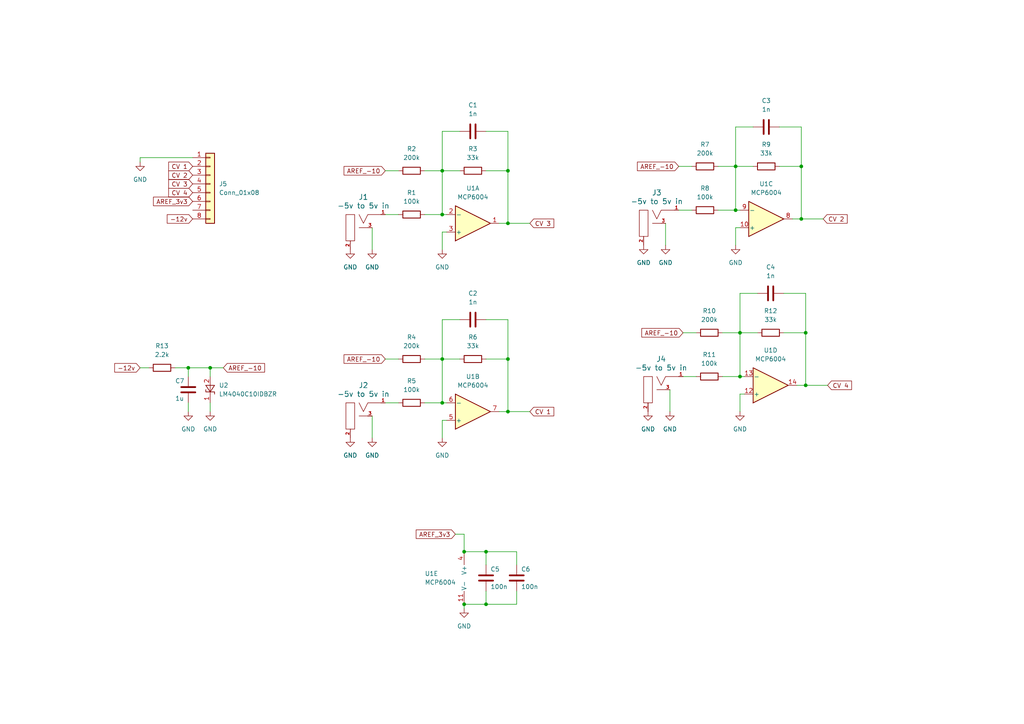
<source format=kicad_sch>
(kicad_sch (version 20230121) (generator eeschema)
  (paper "A4")
  (lib_symbols
    (symbol "Amplifier_Operational:MCP6004" (pin_names (offset 0.127))
      (property "Reference" "U" (at 0 5.08 0))
      (property "Value" "MCP6004" (at 0 -5.08 0))
      (symbol "MCP6004_1_1"
        (polyline (pts (xy -5.08 5.08) (xy 5.08 0) (xy -5.08 -5.08) (xy -5.08 5.08)) (stroke (width 0.254)) (fill (type background)))
        (pin output line (at 7.62 0 180) (length 2.54) (name "~") (number "1"))
        (pin input line (at -7.62 -2.54 0) (length 2.54) (name "-") (number "2"))
        (pin input line (at -7.62 2.54 0) (length 2.54) (name "+") (number "3"))
      )
      (symbol "MCP6004_2_1"
        (polyline (pts (xy -5.08 5.08) (xy 5.08 0) (xy -5.08 -5.08) (xy -5.08 5.08)) (stroke (width 0.254)) (fill (type background)))
        (pin input line (at -7.62 2.54 0) (length 2.54) (name "+") (number "5"))
        (pin input line (at -7.62 -2.54 0) (length 2.54) (name "-") (number "6"))
        (pin output line (at 7.62 0 180) (length 2.54) (name "~") (number "7"))
      )
      (symbol "MCP6004_3_1"
        (polyline (pts (xy -5.08 5.08) (xy 5.08 0) (xy -5.08 -5.08) (xy -5.08 5.08)) (stroke (width 0.254)) (fill (type background)))
        (pin input line (at -7.62 2.54 0) (length 2.54) (name "+") (number "10"))
        (pin output line (at 7.62 0 180) (length 2.54) (name "~") (number "8"))
        (pin input line (at -7.62 -2.54 0) (length 2.54) (name "-") (number "9"))
      )
      (symbol "MCP6004_4_1"
        (polyline (pts (xy -5.08 5.08) (xy 5.08 0) (xy -5.08 -5.08) (xy -5.08 5.08)) (stroke (width 0.254)) (fill (type background)))
        (pin input line (at -7.62 2.54 0) (length 2.54) (name "+") (number "12"))
        (pin input line (at -7.62 -2.54 0) (length 2.54) (name "-") (number "13"))
        (pin output line (at 7.62 0 180) (length 2.54) (name "~") (number "14"))
      )
      (symbol "MCP6004_5_1"
        (pin power_in line (at -2.54 -7.62 90) (length 3.81) (name "V-") (number "11"))
        (pin power_in line (at -2.54 7.62 270) (length 3.81) (name "V+") (number "4"))
      )
    )
    (symbol "Device:C" (pin_numbers hide) (pin_names (offset 0.254))
      (property "Reference" "C" (at 0.635 2.54 0))
      (property "Value" "C" (at 0.635 -2.54 0))
      (symbol "C_0_1"
        (polyline (pts (xy -2.032 -0.762) (xy 2.032 -0.762)) (stroke (width 0.508)))
        (polyline (pts (xy -2.032 0.762) (xy 2.032 0.762)) (stroke (width 0.508)))
      )
      (symbol "C_1_1"
        (pin passive line (at 0 3.81 270) (length 2.794) (name "~") (number "1"))
        (pin passive line (at 0 -3.81 90) (length 2.794) (name "~") (number "2"))
      )
    )
    (symbol "Device:R" (pin_numbers hide) (pin_names (offset 0))
      (property "Reference" "R" (at 2.032 0 90))
      (property "Value" "R" (at 0 0 90))
      (symbol "R_0_1"
        (rectangle (start -1.016 -2.54) (end 1.016 2.54) (stroke (width 0.254)))
      )
      (symbol "R_1_1"
        (pin passive line (at 0 3.81 270) (length 1.27) (name "~") (number "1"))
        (pin passive line (at 0 -3.81 90) (length 1.27) (name "~") (number "2"))
      )
    )
    (symbol "PCM_4ms_Connector:Conn_01x08" (pin_names (offset 1.016) hide)
      (property "Reference" "J" (at 0 10.16 0))
      (property "Value" "Conn_01x08" (at -1.27 -13.97 0))
      (symbol "Conn_01x08_0_0"
        (pin passive line (at -5.08 -2.54 0) (length 3.81) (name "Pin_5") (number "5"))
        (pin passive line (at -5.08 -5.08 0) (length 3.81) (name "Pin_6") (number "6"))
        (pin passive line (at -5.08 -7.62 0) (length 3.81) (name "Pin_7") (number "7"))
        (pin passive line (at -5.08 -10.16 0) (length 3.81) (name "Pin_8") (number "8"))
      )
      (symbol "Conn_01x08_1_1"
        (rectangle (start -1.27 -10.033) (end 0 -10.287) (stroke (width 0.1524)))
        (rectangle (start -1.27 -7.493) (end 0 -7.747) (stroke (width 0.1524)))
        (rectangle (start -1.27 -4.953) (end 0 -5.207) (stroke (width 0.1524)))
        (rectangle (start -1.27 -2.413) (end 0 -2.667) (stroke (width 0.1524)))
        (rectangle (start -1.27 0.127) (end 0 -0.127) (stroke (width 0.1524)))
        (rectangle (start -1.27 2.667) (end 0 2.413) (stroke (width 0.1524)))
        (rectangle (start -1.27 5.207) (end 0 4.953) (stroke (width 0.1524)))
        (rectangle (start -1.27 7.747) (end 0 7.493) (stroke (width 0.1524)))
        (rectangle (start -1.27 8.89) (end 1.27 -11.43) (stroke (width 0.254)) (fill (type background)))
        (pin passive line (at -5.08 7.62 0) (length 3.81) (name "Pin_1") (number "1"))
        (pin passive line (at -5.08 5.08 0) (length 3.81) (name "Pin_2") (number "2"))
        (pin passive line (at -5.08 2.54 0) (length 3.81) (name "Pin_3") (number "3"))
        (pin passive line (at -5.08 0 0) (length 3.81) (name "Pin_4") (number "4"))
      )
    )
    (symbol "PCM_4ms_Jack:3.5mm_Mono_Switched_sm" (pin_names (offset 0) hide)
      (property "Reference" "J" (at -7.62 8.89 0))
      (property "Value" "3.5mm_Mono_Switched_sm" (at 6.35 6.604 0))
      (symbol "3.5mm_Mono_Switched_sm_0_0"
        (rectangle (start -6.35 5.08) (end -3.81 -2.54))
        (polyline (pts (xy -2.54 1.27) (xy 0 1.27)))
        (polyline (pts (xy -2.54 5.08) (xy -1.27 2.54) (xy 0 5.08) (xy 3.81 5.08)))
      )
      (symbol "3.5mm_Mono_Switched_sm_1_1"
        (pin passive line (at 5.08 5.08 180) (length 1.27) (name "SIG") (number "1"))
        (pin passive line (at -5.08 -5.08 90) (length 2.54) (name "SHEILD") (number "2"))
        (pin passive line (at 1.27 1.27 180) (length 1.27) (name "SW") (number "3"))
      )
    )
    (symbol "Reference_Voltage:LM4040DBZ-10" (pin_names (offset 0.0254) hide)
      (property "Reference" "U" (at 0 2.54 0))
      (property "Value" "LM4040DBZ-10" (at 0 -3.175 0))
      (symbol "LM4040DBZ-10_0_1"
        (polyline (pts (xy -1.27 0) (xy 0 0) (xy 1.27 0)))
        (polyline (pts (xy -1.27 -1.27) (xy 0.635 0) (xy -1.27 1.27) (xy -1.27 -1.27)) (stroke (width 0.2032)))
        (polyline (pts (xy 0 -1.27) (xy 0.635 -1.27) (xy 0.635 1.27) (xy 1.27 1.27)) (stroke (width 0.2032)))
      )
      (symbol "LM4040DBZ-10_1_1"
        (pin passive line (at 3.81 0 180) (length 2.54) (name "K") (number "1"))
        (pin passive line (at -3.81 0 0) (length 2.54) (name "A") (number "2"))
      )
    )
    (symbol "power:GND" (power) (pin_names (offset 0))
      (property "Value" "GND" (at 0 -3.81 0))
      (symbol "GND_0_1"
        (polyline (pts (xy 0 0) (xy 0 -1.27) (xy 1.27 -1.27) (xy 0 -2.54) (xy -1.27 -1.27) (xy 0 -1.27)))
      )
      (symbol "GND_1_1"
        (pin power_in line (at 0 0 270) (length 0) hide (name "GND") (number "1"))
      )
    )
  )
  (junction (at 232.41 63.5))
  (junction (at 128.27 116.84))
  (junction (at 233.68 96.52))
  (junction (at 140.97 160.02))
  (junction (at 54.61 106.68))
  (junction (at 233.68 111.76))
  (junction (at 213.36 60.96))
  (junction (at 128.27 62.23))
  (junction (at 134.62 175.26))
  (junction (at 232.41 48.26))
  (junction (at 214.63 109.22))
  (junction (at 140.97 175.26))
  (junction (at 214.63 96.52))
  (junction (at 134.62 160.02))
  (junction (at 128.27 104.14))
  (junction (at 147.32 119.38))
  (junction (at 147.32 49.53))
  (junction (at 147.32 64.77))
  (junction (at 147.32 104.14))
  (junction (at 128.27 49.53))
  (junction (at 213.36 48.26))
  (junction (at 60.96 106.68))
  (wire (pts (xy 194.31 113.03) (xy 194.31 119.38)))
  (wire (pts (xy 149.86 160.02) (xy 149.86 163.83)))
  (wire (pts (xy 233.68 111.76) (xy 240.03 111.76)))
  (wire (pts (xy 140.97 175.26) (xy 134.62 175.26)))
  (wire (pts (xy 128.27 62.23) (xy 129.54 62.23)))
  (wire (pts (xy 128.27 49.53) (xy 133.35 49.53)))
  (wire (pts (xy 213.36 48.26) (xy 218.44 48.26)))
  (wire (pts (xy 133.35 38.1) (xy 128.27 38.1)))
  (wire (pts (xy 214.63 96.52) (xy 214.63 109.22)))
  (wire (pts (xy 123.19 49.53) (xy 128.27 49.53)))
  (wire (pts (xy 196.85 48.26) (xy 200.66 48.26)))
  (wire (pts (xy 214.63 66.04) (xy 213.36 66.04)))
  (wire (pts (xy 149.86 171.45) (xy 149.86 175.26)))
  (wire (pts (xy 198.12 109.22) (xy 201.93 109.22)))
  (wire (pts (xy 54.61 116.84) (xy 54.61 119.38)))
  (wire (pts (xy 133.35 92.71) (xy 128.27 92.71)))
  (wire (pts (xy 111.76 116.84) (xy 115.57 116.84)))
  (wire (pts (xy 128.27 121.92) (xy 128.27 127)))
  (wire (pts (xy 226.06 48.26) (xy 232.41 48.26)))
  (wire (pts (xy 140.97 171.45) (xy 140.97 175.26)))
  (wire (pts (xy 227.33 96.52) (xy 233.68 96.52)))
  (wire (pts (xy 149.86 175.26) (xy 140.97 175.26)))
  (wire (pts (xy 123.19 116.84) (xy 128.27 116.84)))
  (wire (pts (xy 128.27 38.1) (xy 128.27 49.53)))
  (wire (pts (xy 213.36 60.96) (xy 214.63 60.96)))
  (wire (pts (xy 54.61 106.68) (xy 60.96 106.68)))
  (wire (pts (xy 111.76 62.23) (xy 115.57 62.23)))
  (wire (pts (xy 60.96 116.84) (xy 60.96 119.38)))
  (wire (pts (xy 144.78 119.38) (xy 147.32 119.38)))
  (wire (pts (xy 140.97 104.14) (xy 147.32 104.14)))
  (wire (pts (xy 209.55 109.22) (xy 214.63 109.22)))
  (wire (pts (xy 129.54 121.92) (xy 128.27 121.92)))
  (wire (pts (xy 134.62 154.94) (xy 134.62 160.02)))
  (wire (pts (xy 60.96 109.22) (xy 60.96 106.68)))
  (wire (pts (xy 232.41 36.83) (xy 232.41 48.26)))
  (wire (pts (xy 144.78 64.77) (xy 147.32 64.77)))
  (wire (pts (xy 147.32 64.77) (xy 153.67 64.77)))
  (wire (pts (xy 214.63 96.52) (xy 219.71 96.52)))
  (wire (pts (xy 111.76 104.14) (xy 115.57 104.14)))
  (wire (pts (xy 132.08 154.94) (xy 134.62 154.94)))
  (wire (pts (xy 140.97 160.02) (xy 140.97 163.83)))
  (wire (pts (xy 43.18 106.68) (xy 40.64 106.68)))
  (wire (pts (xy 227.33 85.09) (xy 233.68 85.09)))
  (wire (pts (xy 140.97 92.71) (xy 147.32 92.71)))
  (wire (pts (xy 50.8 106.68) (xy 54.61 106.68)))
  (wire (pts (xy 129.54 67.31) (xy 128.27 67.31)))
  (wire (pts (xy 107.95 120.65) (xy 107.95 127)))
  (wire (pts (xy 213.36 48.26) (xy 213.36 60.96)))
  (wire (pts (xy 231.14 111.76) (xy 233.68 111.76)))
  (wire (pts (xy 111.76 49.53) (xy 115.57 49.53)))
  (wire (pts (xy 213.36 36.83) (xy 213.36 48.26)))
  (wire (pts (xy 134.62 175.26) (xy 134.62 176.53)))
  (wire (pts (xy 147.32 119.38) (xy 153.67 119.38)))
  (wire (pts (xy 128.27 67.31) (xy 128.27 72.39)))
  (wire (pts (xy 128.27 92.71) (xy 128.27 104.14)))
  (wire (pts (xy 232.41 48.26) (xy 232.41 63.5)))
  (wire (pts (xy 147.32 49.53) (xy 147.32 64.77)))
  (wire (pts (xy 123.19 62.23) (xy 128.27 62.23)))
  (wire (pts (xy 233.68 96.52) (xy 233.68 111.76)))
  (wire (pts (xy 147.32 104.14) (xy 147.32 119.38)))
  (wire (pts (xy 198.12 96.52) (xy 201.93 96.52)))
  (wire (pts (xy 219.71 85.09) (xy 214.63 85.09)))
  (wire (pts (xy 208.28 48.26) (xy 213.36 48.26)))
  (wire (pts (xy 140.97 38.1) (xy 147.32 38.1)))
  (wire (pts (xy 128.27 104.14) (xy 133.35 104.14)))
  (wire (pts (xy 123.19 104.14) (xy 128.27 104.14)))
  (wire (pts (xy 40.64 45.72) (xy 55.88 45.72)))
  (wire (pts (xy 134.62 160.02) (xy 140.97 160.02)))
  (wire (pts (xy 209.55 96.52) (xy 214.63 96.52)))
  (wire (pts (xy 208.28 60.96) (xy 213.36 60.96)))
  (wire (pts (xy 232.41 63.5) (xy 238.76 63.5)))
  (wire (pts (xy 60.96 106.68) (xy 64.77 106.68)))
  (wire (pts (xy 128.27 104.14) (xy 128.27 116.84)))
  (wire (pts (xy 218.44 36.83) (xy 213.36 36.83)))
  (wire (pts (xy 226.06 36.83) (xy 232.41 36.83)))
  (wire (pts (xy 147.32 38.1) (xy 147.32 49.53)))
  (wire (pts (xy 140.97 160.02) (xy 149.86 160.02)))
  (wire (pts (xy 214.63 85.09) (xy 214.63 96.52)))
  (wire (pts (xy 233.68 85.09) (xy 233.68 96.52)))
  (wire (pts (xy 196.85 60.96) (xy 200.66 60.96)))
  (wire (pts (xy 214.63 109.22) (xy 215.9 109.22)))
  (wire (pts (xy 40.64 46.99) (xy 40.64 45.72)))
  (wire (pts (xy 147.32 92.71) (xy 147.32 104.14)))
  (wire (pts (xy 193.04 64.77) (xy 193.04 71.12)))
  (wire (pts (xy 214.63 114.3) (xy 214.63 119.38)))
  (wire (pts (xy 107.95 66.04) (xy 107.95 72.39)))
  (wire (pts (xy 128.27 49.53) (xy 128.27 62.23)))
  (wire (pts (xy 140.97 49.53) (xy 147.32 49.53)))
  (wire (pts (xy 54.61 109.22) (xy 54.61 106.68)))
  (wire (pts (xy 128.27 116.84) (xy 129.54 116.84)))
  (wire (pts (xy 213.36 66.04) (xy 213.36 71.12)))
  (wire (pts (xy 215.9 114.3) (xy 214.63 114.3)))
  (wire (pts (xy 229.87 63.5) (xy 232.41 63.5)))
  (global_label "AREF_3v3" (shape input) (at 132.08 154.94 180) (property "Intersheetrefs" "${INTERSHEET_REFS}" (effects hide)))
  (global_label "CV 4" (shape input) (at 55.88 55.88 180) (property "Intersheetrefs" "${INTERSHEET_REFS}" (effects hide)))
  (global_label "CV 1" (shape input) (at 153.67 119.38 0) (property "Intersheetrefs" "${INTERSHEET_REFS}" (effects hide)))
  (global_label "AREF_-10" (shape input) (at 111.76 49.53 180) (property "Intersheetrefs" "${INTERSHEET_REFS}" (effects hide)))
  (global_label "CV 4" (shape input) (at 240.03 111.76 0) (property "Intersheetrefs" "${INTERSHEET_REFS}" (effects hide)))
  (global_label "CV 3" (shape input) (at 153.67 64.77 0) (property "Intersheetrefs" "${INTERSHEET_REFS}" (effects hide)))
  (global_label "-12v" (shape input) (at 40.64 106.68 180) (property "Intersheetrefs" "${INTERSHEET_REFS}" (effects hide)))
  (global_label "CV 3" (shape input) (at 55.88 53.34 180) (property "Intersheetrefs" "${INTERSHEET_REFS}" (effects hide)))
  (global_label "AREF_-10" (shape input) (at 196.85 48.26 180) (property "Intersheetrefs" "${INTERSHEET_REFS}" (effects hide)))
  (global_label "AREF_-10" (shape input) (at 111.76 104.14 180) (property "Intersheetrefs" "${INTERSHEET_REFS}" (effects hide)))
  (global_label "CV 1" (shape input) (at 55.88 48.26 180) (property "Intersheetrefs" "${INTERSHEET_REFS}" (effects hide)))
  (global_label "AREF_-10" (shape input) (at 64.77 106.68 0) (property "Intersheetrefs" "${INTERSHEET_REFS}" (effects hide)))
  (global_label "AREF_-10" (shape input) (at 198.12 96.52 180) (property "Intersheetrefs" "${INTERSHEET_REFS}" (effects hide)))
  (global_label "AREF_3v3" (shape input) (at 55.88 58.42 180) (property "Intersheetrefs" "${INTERSHEET_REFS}" (effects hide)))
  (global_label "-12v" (shape input) (at 55.88 63.5 180) (property "Intersheetrefs" "${INTERSHEET_REFS}" (effects hide)))
  (global_label "CV 2" (shape input) (at 238.76 63.5 0) (property "Intersheetrefs" "${INTERSHEET_REFS}" (effects hide)))
  (global_label "CV 2" (shape input) (at 55.88 50.8 180) (property "Intersheetrefs" "${INTERSHEET_REFS}" (effects hide)))
  (symbol (lib_id "Device:R") (at 119.38 62.23 270) (unit 1)
    (property "Reference" "R1" (at 119.38 55.88 90))
    (property "Value" "100k" (at 119.38 58.42 90))
    (property "Footprint" "Resistor_SMD:R_1206_3216Metric_Pad1.30x1.75mm_HandSolder" (effects hide))
  )
  (symbol (lib_id "power:GND") (at 128.27 72.39 0) (unit 1)
    (property "Reference" "#PWR03" (effects hide))
    (property "Value" "GND" (at 128.27 77.47 0))
  )
  (symbol (lib_id "Amplifier_Operational:MCP6004") (at 137.16 119.38 0) (mirror x) (unit 2)
    (property "Reference" "U1" (at 137.16 109.22 0))
    (property "Value" "MCP6004" (at 137.16 111.76 0))
    (property "Footprint" "Package_SO:SOIC-14_3.9x8.7mm_P1.27mm" (effects hide))
    (property "Datasheet" "http://ww1.microchip.com/downloads/en/DeviceDoc/21733j.pdf" (effects hide))
  )
  (symbol (lib_id "Device:R") (at 137.16 104.14 270) (unit 1)
    (property "Reference" "R6" (at 137.16 97.79 90))
    (property "Value" "33k" (at 137.16 100.33 90))
    (property "Footprint" "Resistor_SMD:R_1206_3216Metric_Pad1.30x1.75mm_HandSolder" (effects hide))
  )
  (symbol (lib_id "power:GND") (at 128.27 127 0) (unit 1)
    (property "Reference" "#PWR06" (effects hide))
    (property "Value" "GND" (at 128.27 132.08 0))
  )
  (symbol (lib_id "Device:C") (at 54.61 113.03 0) (unit 1)
    (property "Reference" "C7" (at 50.8 110.49 0) (effects (justify left)))
    (property "Value" "1u" (at 50.8 115.57 0) (effects (justify left)))
    (property "Footprint" "Capacitor_SMD:C_1206_3216Metric_Pad1.33x1.80mm_HandSolder" (effects hide))
  )
  (symbol (lib_id "Device:R") (at 137.16 49.53 270) (unit 1)
    (property "Reference" "R3" (at 137.16 43.18 90))
    (property "Value" "33k" (at 137.16 45.72 90))
    (property "Footprint" "Resistor_SMD:R_1206_3216Metric_Pad1.30x1.75mm_HandSolder" (effects hide))
  )
  (symbol (lib_id "power:GND") (at 54.61 119.38 0) (unit 1)
    (property "Reference" "#PWR016" (effects hide))
    (property "Value" "GND" (at 54.61 124.46 0))
  )
  (symbol (lib_id "Device:C") (at 137.16 92.71 90) (unit 1)
    (property "Reference" "C2" (at 137.16 85.09 90))
    (property "Value" "1n" (at 137.16 87.63 90))
    (property "Footprint" "Capacitor_SMD:C_1206_3216Metric_Pad1.33x1.80mm_HandSolder" (effects hide))
  )
  (symbol (lib_id "Device:R") (at 222.25 48.26 270) (unit 1)
    (property "Reference" "R9" (at 222.25 41.91 90))
    (property "Value" "33k" (at 222.25 44.45 90))
    (property "Footprint" "Resistor_SMD:R_1206_3216Metric_Pad1.30x1.75mm_HandSolder" (effects hide))
  )
  (symbol (lib_id "Device:R") (at 119.38 49.53 270) (unit 1)
    (property "Reference" "R2" (at 119.38 43.18 90))
    (property "Value" "200k" (at 119.38 45.72 90))
    (property "Footprint" "Resistor_SMD:R_1206_3216Metric_Pad1.30x1.75mm_HandSolder" (effects hide))
  )
  (symbol (lib_id "PCM_4ms_Jack:3.5mm_Mono_Switched_sm") (at 106.68 67.31 0) (unit 1)
    (property "Reference" "J1" (at 105.41 57.15 0) (effects (font (size 1.524 1.524))))
    (property "Value" "-5v to 5v in" (at 105.41 59.69 0) (effects (font (size 1.524 1.524))))
    (property "Footprint" "PCM_4ms_Jack:EighthInch_PJ398SM_with_hole" (effects hide))
    (property "Specifications" "Audio 3.5mm Jack, mono, switched, PC-pin Vertical" (effects hide))
    (property "Manufacturer" "Wenzhou QingPu Electronics Co" (effects hide))
    (property "Part Number" "WQP-WQP518MA" (effects hide))
  )
  (symbol (lib_id "Amplifier_Operational:MCP6004") (at 222.25 63.5 0) (mirror x) (unit 3)
    (property "Reference" "U1" (at 222.25 53.34 0))
    (property "Value" "MCP6004" (at 222.25 55.88 0))
    (property "Footprint" "Package_SO:SOIC-14_3.9x8.7mm_P1.27mm" (effects hide))
    (property "Datasheet" "http://ww1.microchip.com/downloads/en/DeviceDoc/21733j.pdf" (effects hide))
  )
  (symbol (lib_id "Device:R") (at 204.47 60.96 270) (unit 1)
    (property "Reference" "R8" (at 204.47 54.61 90))
    (property "Value" "100k" (at 204.47 57.15 90))
    (property "Footprint" "Resistor_SMD:R_1206_3216Metric_Pad1.30x1.75mm_HandSolder" (effects hide))
  )
  (symbol (lib_id "Device:C") (at 140.97 167.64 0) (unit 1)
    (property "Reference" "C5" (at 142.24 165.1 0) (effects (justify left)))
    (property "Value" "100n" (at 142.24 170.18 0) (effects (justify left)))
    (property "Footprint" "Capacitor_SMD:C_1206_3216Metric_Pad1.33x1.80mm_HandSolder" (effects hide))
  )
  (symbol (lib_id "power:GND") (at 107.95 127 0) (unit 1)
    (property "Reference" "#PWR05" (effects hide))
    (property "Value" "GND" (at 107.95 132.08 0))
  )
  (symbol (lib_id "Device:R") (at 46.99 106.68 270) (unit 1)
    (property "Reference" "R13" (at 46.99 100.33 90))
    (property "Value" "2.2k" (at 46.99 102.87 90))
    (property "Footprint" "Resistor_SMD:R_1206_3216Metric_Pad1.30x1.75mm_HandSolder" (effects hide))
  )
  (symbol (lib_id "power:GND") (at 40.64 46.99 0) (unit 1)
    (property "Reference" "#PWR014" (effects hide))
    (property "Value" "GND" (at 40.64 52.07 0))
  )
  (symbol (lib_id "Device:C") (at 223.52 85.09 90) (unit 1)
    (property "Reference" "C4" (at 223.52 77.47 90))
    (property "Value" "1n" (at 223.52 80.01 90))
    (property "Footprint" "Capacitor_SMD:C_1206_3216Metric_Pad1.33x1.80mm_HandSolder" (effects hide))
  )
  (symbol (lib_id "Device:C") (at 137.16 38.1 90) (unit 1)
    (property "Reference" "C1" (at 137.16 30.48 90))
    (property "Value" "1n" (at 137.16 33.02 90))
    (property "Footprint" "Capacitor_SMD:C_1206_3216Metric_Pad1.33x1.80mm_HandSolder" (effects hide))
  )
  (symbol (lib_id "Amplifier_Operational:MCP6004") (at 137.16 64.77 0) (mirror x) (unit 1)
    (property "Reference" "U1" (at 137.16 54.61 0))
    (property "Value" "MCP6004" (at 137.16 57.15 0))
    (property "Footprint" "Package_SO:SOIC-14_3.9x8.7mm_P1.27mm" (effects hide))
    (property "Datasheet" "http://ww1.microchip.com/downloads/en/DeviceDoc/21733j.pdf" (effects hide))
  )
  (symbol (lib_id "power:GND") (at 101.6 127 0) (unit 1)
    (property "Reference" "#PWR04" (effects hide))
    (property "Value" "GND" (at 101.6 132.08 0))
  )
  (symbol (lib_id "PCM_4ms_Jack:3.5mm_Mono_Switched_sm") (at 191.77 66.04 0) (unit 1)
    (property "Reference" "J3" (at 190.5 55.88 0) (effects (font (size 1.524 1.524))))
    (property "Value" "-5v to 5v in" (at 190.5 58.42 0) (effects (font (size 1.524 1.524))))
    (property "Footprint" "PCM_4ms_Jack:EighthInch_PJ398SM_with_hole" (effects hide))
    (property "Specifications" "Audio 3.5mm Jack, mono, switched, PC-pin Vertical" (effects hide))
    (property "Manufacturer" "Wenzhou QingPu Electronics Co" (effects hide))
    (property "Part Number" "WQP-WQP518MA" (effects hide))
  )
  (symbol (lib_id "power:GND") (at 134.62 176.53 0) (mirror y) (unit 1)
    (property "Reference" "#PWR013" (effects hide))
    (property "Value" "GND" (at 134.62 181.61 0))
  )
  (symbol (lib_id "Reference_Voltage:LM4040DBZ-10") (at 60.96 113.03 270) (unit 1)
    (property "Reference" "U2" (at 63.5 111.76 90) (effects (justify left)))
    (property "Value" "LM4040C10IDBZR" (at 63.5 114.3 90) (effects (justify left)))
    (property "Footprint" "Package_TO_SOT_SMD:SOT-23-3" (effects hide))
    (property "Datasheet" "http://www.ti.com/lit/ds/symlink/lm4040-n.pdf" (effects hide))
  )
  (symbol (lib_id "power:GND") (at 194.31 119.38 0) (unit 1)
    (property "Reference" "#PWR011" (effects hide))
    (property "Value" "GND" (at 194.31 124.46 0))
  )
  (symbol (lib_id "PCM_4ms_Connector:Conn_01x08") (at 60.96 53.34 0) (unit 1)
    (property "Reference" "J5" (at 63.5 53.34 0) (effects (justify left)))
    (property "Value" "Conn_01x08" (at 63.5 55.88 0) (effects (justify left)))
    (property "Footprint" "Connector_PinSocket_2.54mm:PinSocket_1x08_P2.54mm_Vertical" (effects hide))
    (property "Specifications" "HEADER 1x8 MALE PINS 0.100” 180deg" (effects hide))
  )
  (symbol (lib_id "Amplifier_Operational:MCP6004") (at 132.08 167.64 0) (mirror y) (unit 5)
    (property "Reference" "U1" (at 123.19 166.37 0) (effects (justify right)))
    (property "Value" "MCP6004" (at 123.19 168.91 0) (effects (justify right)))
    (property "Footprint" "Package_SO:SOIC-14_3.9x8.7mm_P1.27mm" (effects hide))
    (property "Datasheet" "http://ww1.microchip.com/downloads/en/DeviceDoc/21733j.pdf" (effects hide))
  )
  (symbol (lib_id "power:GND") (at 60.96 119.38 0) (unit 1)
    (property "Reference" "#PWR015" (effects hide))
    (property "Value" "GND" (at 60.96 124.46 0))
  )
  (symbol (lib_id "power:GND") (at 187.96 119.38 0) (unit 1)
    (property "Reference" "#PWR010" (effects hide))
    (property "Value" "GND" (at 187.96 124.46 0))
  )
  (symbol (lib_id "power:GND") (at 107.95 72.39 0) (unit 1)
    (property "Reference" "#PWR02" (effects hide))
    (property "Value" "GND" (at 107.95 77.47 0))
  )
  (symbol (lib_id "Device:R") (at 204.47 48.26 270) (unit 1)
    (property "Reference" "R7" (at 204.47 41.91 90))
    (property "Value" "200k" (at 204.47 44.45 90))
    (property "Footprint" "Resistor_SMD:R_1206_3216Metric_Pad1.30x1.75mm_HandSolder" (effects hide))
  )
  (symbol (lib_id "Amplifier_Operational:MCP6004") (at 223.52 111.76 0) (mirror x) (unit 4)
    (property "Reference" "U1" (at 223.52 101.6 0))
    (property "Value" "MCP6004" (at 223.52 104.14 0))
    (property "Footprint" "Package_SO:SOIC-14_3.9x8.7mm_P1.27mm" (effects hide))
    (property "Datasheet" "http://ww1.microchip.com/downloads/en/DeviceDoc/21733j.pdf" (effects hide))
  )
  (symbol (lib_id "Device:C") (at 222.25 36.83 90) (unit 1)
    (property "Reference" "C3" (at 222.25 29.21 90))
    (property "Value" "1n" (at 222.25 31.75 90))
    (property "Footprint" "Capacitor_SMD:C_1206_3216Metric_Pad1.33x1.80mm_HandSolder" (effects hide))
  )
  (symbol (lib_id "power:GND") (at 213.36 71.12 0) (unit 1)
    (property "Reference" "#PWR09" (effects hide))
    (property "Value" "GND" (at 213.36 76.2 0))
  )
  (symbol (lib_id "power:GND") (at 193.04 71.12 0) (unit 1)
    (property "Reference" "#PWR08" (effects hide))
    (property "Value" "GND" (at 193.04 76.2 0))
  )
  (symbol (lib_id "Device:R") (at 119.38 104.14 270) (unit 1)
    (property "Reference" "R4" (at 119.38 97.79 90))
    (property "Value" "200k" (at 119.38 100.33 90))
    (property "Footprint" "Resistor_SMD:R_1206_3216Metric_Pad1.30x1.75mm_HandSolder" (effects hide))
  )
  (symbol (lib_id "Device:R") (at 223.52 96.52 270) (unit 1)
    (property "Reference" "R12" (at 223.52 90.17 90))
    (property "Value" "33k" (at 223.52 92.71 90))
    (property "Footprint" "Resistor_SMD:R_1206_3216Metric_Pad1.30x1.75mm_HandSolder" (effects hide))
  )
  (symbol (lib_id "Device:C") (at 149.86 167.64 0) (unit 1)
    (property "Reference" "C6" (at 151.13 165.1 0) (effects (justify left)))
    (property "Value" "100n" (at 151.13 170.18 0) (effects (justify left)))
    (property "Footprint" "Capacitor_SMD:C_1206_3216Metric_Pad1.33x1.80mm_HandSolder" (effects hide))
  )
  (symbol (lib_id "PCM_4ms_Jack:3.5mm_Mono_Switched_sm") (at 106.68 121.92 0) (unit 1)
    (property "Reference" "J2" (at 105.41 111.76 0) (effects (font (size 1.524 1.524))))
    (property "Value" "-5v to 5v in" (at 105.41 114.3 0) (effects (font (size 1.524 1.524))))
    (property "Footprint" "PCM_4ms_Jack:EighthInch_PJ398SM_with_hole" (effects hide))
    (property "Specifications" "Audio 3.5mm Jack, mono, switched, PC-pin Vertical" (effects hide))
    (property "Manufacturer" "Wenzhou QingPu Electronics Co" (effects hide))
    (property "Part Number" "WQP-WQP518MA" (effects hide))
  )
  (symbol (lib_id "PCM_4ms_Jack:3.5mm_Mono_Switched_sm") (at 193.04 114.3 0) (unit 1)
    (property "Reference" "J4" (at 191.77 104.14 0) (effects (font (size 1.524 1.524))))
    (property "Value" "-5v to 5v in" (at 191.77 106.68 0) (effects (font (size 1.524 1.524))))
    (property "Footprint" "PCM_4ms_Jack:EighthInch_PJ398SM_with_hole" (effects hide))
    (property "Specifications" "Audio 3.5mm Jack, mono, switched, PC-pin Vertical" (effects hide))
    (property "Manufacturer" "Wenzhou QingPu Electronics Co" (effects hide))
    (property "Part Number" "WQP-WQP518MA" (effects hide))
  )
  (symbol (lib_id "power:GND") (at 101.6 72.39 0) (unit 1)
    (property "Reference" "#PWR01" (effects hide))
    (property "Value" "GND" (at 101.6 77.47 0))
  )
  (symbol (lib_id "Device:R") (at 119.38 116.84 270) (unit 1)
    (property "Reference" "R5" (at 119.38 110.49 90))
    (property "Value" "100k" (at 119.38 113.03 90))
    (property "Footprint" "Resistor_SMD:R_1206_3216Metric_Pad1.30x1.75mm_HandSolder" (effects hide))
  )
  (symbol (lib_id "Device:R") (at 205.74 96.52 270) (unit 1)
    (property "Reference" "R10" (at 205.74 90.17 90))
    (property "Value" "200k" (at 205.74 92.71 90))
    (property "Footprint" "Resistor_SMD:R_1206_3216Metric_Pad1.30x1.75mm_HandSolder" (effects hide))
  )
  (symbol (lib_id "power:GND") (at 186.69 71.12 0) (unit 1)
    (property "Reference" "#PWR07" (effects hide))
    (property "Value" "GND" (at 186.69 76.2 0))
  )
  (symbol (lib_id "power:GND") (at 214.63 119.38 0) (unit 1)
    (property "Reference" "#PWR012" (effects hide))
    (property "Value" "GND" (at 214.63 124.46 0))
  )
  (symbol (lib_id "Device:R") (at 205.74 109.22 270) (unit 1)
    (property "Reference" "R11" (at 205.74 102.87 90))
    (property "Value" "100k" (at 205.74 105.41 90))
    (property "Footprint" "Resistor_SMD:R_1206_3216Metric_Pad1.30x1.75mm_HandSolder" (effects hide))
  )
)
</source>
